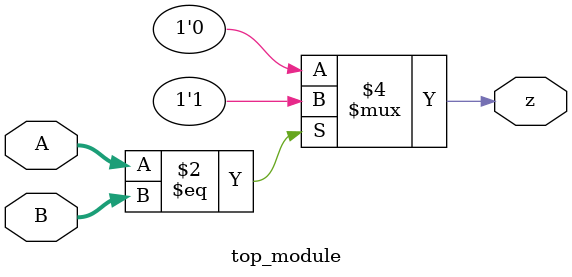
<source format=v>
module top_module ( input [1:0] A, input [1:0] B, output reg z ); 
  always @(*) begin
    if (A == B) 
      z = 1;
    else
      z = 0;
  end
endmodule

</source>
